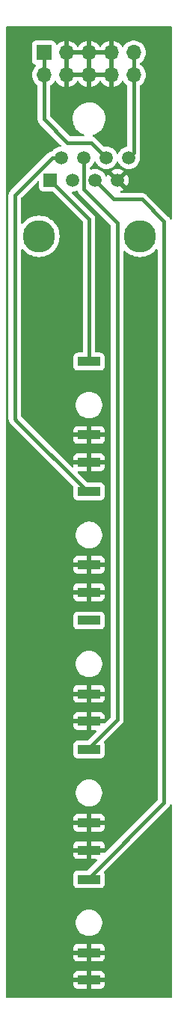
<source format=gbr>
%TF.GenerationSoftware,KiCad,Pcbnew,7.0.1*%
%TF.CreationDate,2023-03-30T11:01:24+01:00*%
%TF.ProjectId,Base_Controls,42617365-5f43-46f6-9e74-726f6c732e6b,rev?*%
%TF.SameCoordinates,Original*%
%TF.FileFunction,Copper,L1,Top*%
%TF.FilePolarity,Positive*%
%FSLAX46Y46*%
G04 Gerber Fmt 4.6, Leading zero omitted, Abs format (unit mm)*
G04 Created by KiCad (PCBNEW 7.0.1) date 2023-03-30 11:01:24*
%MOMM*%
%LPD*%
G01*
G04 APERTURE LIST*
%TA.AperFunction,WasherPad*%
%ADD10C,3.650000*%
%TD*%
%TA.AperFunction,ComponentPad*%
%ADD11R,1.500000X1.500000*%
%TD*%
%TA.AperFunction,ComponentPad*%
%ADD12C,1.500000*%
%TD*%
%TA.AperFunction,ComponentPad*%
%ADD13R,2.500000X1.000000*%
%TD*%
%TA.AperFunction,ComponentPad*%
%ADD14R,1.700000X1.700000*%
%TD*%
%TA.AperFunction,ComponentPad*%
%ADD15O,1.700000X1.700000*%
%TD*%
%TA.AperFunction,Conductor*%
%ADD16C,0.400000*%
%TD*%
G04 APERTURE END LIST*
D10*
%TO.P,J1,*%
%TO.N,*%
X53730000Y-73800000D03*
X65160000Y-73800000D03*
D11*
%TO.P,J1,1*%
%TO.N,/Interconnect1*%
X55000000Y-67450000D03*
D12*
%TO.P,J1,2*%
%TO.N,/Interconnect2*%
X56270000Y-64910000D03*
%TO.P,J1,3*%
%TO.N,/Interconnect3*%
X57540000Y-67450000D03*
%TO.P,J1,4*%
%TO.N,/Interconnect4*%
X58810000Y-64910000D03*
%TO.P,J1,5*%
%TO.N,/Interconnect5*%
X60080000Y-67450000D03*
%TO.P,J1,6*%
%TO.N,-12V*%
X61350000Y-64910000D03*
%TO.P,J1,7*%
%TO.N,GND*%
X62620000Y-67450000D03*
%TO.P,J1,8*%
%TO.N,+12V*%
X63890000Y-64910000D03*
%TD*%
D13*
%TO.P,J2,1*%
%TO.N,GND*%
X59400000Y-99380000D03*
%TO.P,J2,2*%
X59400000Y-96280000D03*
%TO.P,J2,3*%
%TO.N,/Interconnect1*%
X59400000Y-87980000D03*
%TD*%
%TO.P,J6,1*%
%TO.N,GND*%
X59400000Y-157980000D03*
%TO.P,J6,2*%
X59400000Y-154880000D03*
%TO.P,J6,3*%
%TO.N,/Interconnect5*%
X59400000Y-146580000D03*
%TD*%
%TO.P,J5,1*%
%TO.N,GND*%
X59400000Y-143280000D03*
%TO.P,J5,2*%
X59400000Y-140180000D03*
%TO.P,J5,3*%
%TO.N,/Interconnect4*%
X59400000Y-131880000D03*
%TD*%
%TO.P,J4,1*%
%TO.N,GND*%
X59400000Y-128680000D03*
%TO.P,J4,2*%
X59400000Y-125580000D03*
%TO.P,J4,3*%
%TO.N,/Interconnect3*%
X59400000Y-117280000D03*
%TD*%
%TO.P,J3,1*%
%TO.N,GND*%
X59400000Y-114080000D03*
%TO.P,J3,2*%
X59400000Y-110980000D03*
%TO.P,J3,3*%
%TO.N,/Interconnect2*%
X59400000Y-102680000D03*
%TD*%
D14*
%TO.P,J7,1,Pin_1*%
%TO.N,-12V*%
X54300000Y-53000000D03*
D15*
%TO.P,J7,2,Pin_2*%
X54300000Y-55540000D03*
%TO.P,J7,3,Pin_3*%
%TO.N,GND*%
X56840000Y-53000000D03*
%TO.P,J7,4,Pin_4*%
X56840000Y-55540000D03*
%TO.P,J7,5,Pin_5*%
X59380000Y-53000000D03*
%TO.P,J7,6,Pin_6*%
X59380000Y-55540000D03*
%TO.P,J7,7,Pin_7*%
X61920000Y-53000000D03*
%TO.P,J7,8,Pin_8*%
X61920000Y-55540000D03*
%TO.P,J7,9,Pin_9*%
%TO.N,+12V*%
X64460000Y-53000000D03*
%TO.P,J7,10,Pin_10*%
X64460000Y-55540000D03*
%TD*%
D16*
%TO.N,/Interconnect1*%
X59400000Y-71850000D02*
X59400000Y-87980000D01*
X55000000Y-67450000D02*
X59400000Y-71850000D01*
%TO.N,/Interconnect5*%
X67900000Y-137880000D02*
X59200000Y-146580000D01*
X67900000Y-135880000D02*
X67900000Y-137880000D01*
%TO.N,/Interconnect2*%
X51210000Y-94690000D02*
X59200000Y-102680000D01*
X51000000Y-94480000D02*
X51210000Y-94690000D01*
X55209340Y-64910000D02*
X51000000Y-69119340D01*
X51000000Y-69119340D02*
X51000000Y-94480000D01*
X56270000Y-64910000D02*
X55209340Y-64910000D01*
%TO.N,/Interconnect4*%
X62600000Y-72300000D02*
X62600000Y-74700000D01*
X58810000Y-68510000D02*
X62600000Y-72300000D01*
X58810000Y-64910000D02*
X58810000Y-68510000D01*
X62600000Y-74700000D02*
X62600000Y-128480000D01*
X62600000Y-128480000D02*
X59200000Y-131880000D01*
%TO.N,/Interconnect5*%
X67900000Y-72100000D02*
X67900000Y-135880000D01*
X60080000Y-67450000D02*
X62230000Y-69600000D01*
X65400000Y-69600000D02*
X67900000Y-72100000D01*
X62230000Y-69600000D02*
X65400000Y-69600000D01*
%TO.N,-12V*%
X54300000Y-55540000D02*
X54300000Y-53000000D01*
X56950000Y-63200000D02*
X59640000Y-63200000D01*
X54300000Y-60550000D02*
X56950000Y-63200000D01*
X54300000Y-55540000D02*
X54300000Y-60550000D01*
X59640000Y-63200000D02*
X61350000Y-64910000D01*
%TO.N,+12V*%
X64460000Y-55540000D02*
X64460000Y-53000000D01*
X64460000Y-55540000D02*
X64460000Y-64340000D01*
X64460000Y-64340000D02*
X63890000Y-64910000D01*
%TD*%
%TA.AperFunction,Conductor*%
%TO.N,GND*%
G36*
X68736500Y-50017381D02*
G01*
X68782619Y-50063500D01*
X68799500Y-50126500D01*
X68799500Y-71785326D01*
X68781330Y-71850508D01*
X68732060Y-71896891D01*
X68665901Y-71911097D01*
X68601933Y-71889028D01*
X68558607Y-71837052D01*
X68556418Y-71832190D01*
X68553524Y-71825203D01*
X68531954Y-71768325D01*
X68531952Y-71768323D01*
X68531952Y-71768321D01*
X68526161Y-71759931D01*
X68514957Y-71740067D01*
X68514727Y-71739555D01*
X68510775Y-71730774D01*
X68473260Y-71682891D01*
X68468766Y-71676783D01*
X68434215Y-71626727D01*
X68388682Y-71586388D01*
X68383141Y-71581171D01*
X65918827Y-69116857D01*
X65913610Y-69111316D01*
X65873273Y-69065785D01*
X65842743Y-69044711D01*
X65823220Y-69031235D01*
X65817092Y-69026725D01*
X65769224Y-68989223D01*
X65759922Y-68985036D01*
X65740068Y-68973839D01*
X65738781Y-68972951D01*
X65731675Y-68968046D01*
X65731673Y-68968045D01*
X65674822Y-68946483D01*
X65667794Y-68943572D01*
X65612329Y-68918610D01*
X65602289Y-68916770D01*
X65580332Y-68910649D01*
X65570801Y-68907035D01*
X65510432Y-68899704D01*
X65502914Y-68898559D01*
X65495153Y-68897137D01*
X65443093Y-68887597D01*
X65382390Y-68891270D01*
X65374782Y-68891500D01*
X63057854Y-68891500D01*
X62999674Y-68877263D01*
X62954641Y-68837770D01*
X62932932Y-68781946D01*
X62939453Y-68722405D01*
X62972730Y-68672603D01*
X63025243Y-68643793D01*
X63051904Y-68636649D01*
X63251405Y-68543619D01*
X63311986Y-68501198D01*
X63311986Y-68501197D01*
X62620000Y-67809210D01*
X62260790Y-67450000D01*
X62979210Y-67450000D01*
X63671197Y-68141986D01*
X63671198Y-68141986D01*
X63713619Y-68081405D01*
X63806649Y-67881904D01*
X63863619Y-67669284D01*
X63882804Y-67450000D01*
X63863619Y-67230715D01*
X63806649Y-67018095D01*
X63713620Y-66818597D01*
X63671198Y-66758012D01*
X63671196Y-66758012D01*
X62979210Y-67449999D01*
X62979210Y-67450000D01*
X62260790Y-67450000D01*
X61568801Y-66758011D01*
X61526378Y-66818598D01*
X61464469Y-66951361D01*
X61417974Y-67004378D01*
X61350274Y-67024110D01*
X61282575Y-67004377D01*
X61236080Y-66951359D01*
X61174056Y-66818347D01*
X61047746Y-66637958D01*
X60892041Y-66482253D01*
X60772860Y-66398801D01*
X61928011Y-66398801D01*
X62619999Y-67090789D01*
X62620000Y-67090789D01*
X63311986Y-66398801D01*
X63311986Y-66398800D01*
X63251403Y-66356379D01*
X63051905Y-66263350D01*
X62839284Y-66206380D01*
X62620000Y-66187195D01*
X62400715Y-66206380D01*
X62188092Y-66263351D01*
X61988598Y-66356378D01*
X61928011Y-66398801D01*
X60772860Y-66398801D01*
X60711653Y-66355943D01*
X60512074Y-66262879D01*
X60299375Y-66205885D01*
X60080000Y-66186693D01*
X59860624Y-66205885D01*
X59677112Y-66255059D01*
X59619919Y-66256932D01*
X59567796Y-66233316D01*
X59531494Y-66189082D01*
X59518500Y-66133353D01*
X59518500Y-66015839D01*
X59532736Y-65957659D01*
X59572229Y-65912626D01*
X59622038Y-65877749D01*
X59777749Y-65722038D01*
X59904056Y-65541654D01*
X59965805Y-65409230D01*
X60012300Y-65356213D01*
X60080000Y-65336480D01*
X60147700Y-65356213D01*
X60194195Y-65409231D01*
X60255943Y-65541653D01*
X60382253Y-65722041D01*
X60537958Y-65877746D01*
X60537961Y-65877748D01*
X60537962Y-65877749D01*
X60718346Y-66004056D01*
X60917924Y-66097120D01*
X61011707Y-66122249D01*
X61130624Y-66154114D01*
X61130625Y-66154114D01*
X61130629Y-66154115D01*
X61350000Y-66173307D01*
X61569371Y-66154115D01*
X61782076Y-66097120D01*
X61981654Y-66004056D01*
X62162038Y-65877749D01*
X62317749Y-65722038D01*
X62444056Y-65541654D01*
X62505805Y-65409230D01*
X62552300Y-65356213D01*
X62620000Y-65336480D01*
X62687700Y-65356213D01*
X62734195Y-65409231D01*
X62795943Y-65541653D01*
X62922253Y-65722041D01*
X63077958Y-65877746D01*
X63077961Y-65877748D01*
X63077962Y-65877749D01*
X63258346Y-66004056D01*
X63457924Y-66097120D01*
X63551707Y-66122249D01*
X63670624Y-66154114D01*
X63670625Y-66154114D01*
X63670629Y-66154115D01*
X63890000Y-66173307D01*
X64109371Y-66154115D01*
X64322076Y-66097120D01*
X64521654Y-66004056D01*
X64702038Y-65877749D01*
X64857749Y-65722038D01*
X64984056Y-65541654D01*
X65077120Y-65342076D01*
X65134115Y-65129371D01*
X65153307Y-64910000D01*
X65134115Y-64690629D01*
X65125222Y-64657442D01*
X65121338Y-64614694D01*
X65132030Y-64573121D01*
X65141389Y-64552329D01*
X65143227Y-64542294D01*
X65149352Y-64520327D01*
X65152965Y-64510801D01*
X65160299Y-64450396D01*
X65161433Y-64442945D01*
X65172402Y-64383092D01*
X65168729Y-64322383D01*
X65168500Y-64314777D01*
X65168500Y-56771644D01*
X65181303Y-56716306D01*
X65217109Y-56672213D01*
X65383237Y-56542908D01*
X65383240Y-56542906D01*
X65535722Y-56377268D01*
X65658860Y-56188791D01*
X65749296Y-55982616D01*
X65804564Y-55764368D01*
X65823156Y-55540000D01*
X65804564Y-55315632D01*
X65749296Y-55097384D01*
X65658860Y-54891209D01*
X65535722Y-54702732D01*
X65383240Y-54537094D01*
X65383239Y-54537093D01*
X65383237Y-54537091D01*
X65217109Y-54407787D01*
X65181303Y-54363694D01*
X65168500Y-54308356D01*
X65168500Y-54231644D01*
X65181303Y-54176306D01*
X65217109Y-54132213D01*
X65383237Y-54002908D01*
X65383240Y-54002906D01*
X65535722Y-53837268D01*
X65658860Y-53648791D01*
X65749296Y-53442616D01*
X65804564Y-53224368D01*
X65823156Y-53000000D01*
X65804564Y-52775632D01*
X65749296Y-52557384D01*
X65658860Y-52351209D01*
X65535722Y-52162732D01*
X65383240Y-51997094D01*
X65383239Y-51997093D01*
X65383237Y-51997091D01*
X65205578Y-51858812D01*
X65007573Y-51751657D01*
X64796056Y-51679044D01*
X64794635Y-51678556D01*
X64572569Y-51641500D01*
X64347431Y-51641500D01*
X64125365Y-51678556D01*
X64125362Y-51678556D01*
X64125362Y-51678557D01*
X63912426Y-51751657D01*
X63714421Y-51858812D01*
X63536762Y-51997091D01*
X63384275Y-52162735D01*
X63295182Y-52299101D01*
X63249669Y-52340999D01*
X63189700Y-52356185D01*
X63129731Y-52340999D01*
X63084217Y-52299101D01*
X62995321Y-52163037D01*
X62842903Y-51997466D01*
X62665302Y-51859233D01*
X62467368Y-51752116D01*
X62254514Y-51679044D01*
X62174000Y-51665609D01*
X62174000Y-56874391D01*
X62254514Y-56860955D01*
X62467368Y-56787883D01*
X62665302Y-56680766D01*
X62842903Y-56542533D01*
X62995323Y-56376960D01*
X63084217Y-56240899D01*
X63129730Y-56199000D01*
X63189700Y-56183814D01*
X63249669Y-56199000D01*
X63295183Y-56240898D01*
X63384278Y-56377268D01*
X63536762Y-56542908D01*
X63702891Y-56672213D01*
X63738697Y-56716306D01*
X63751500Y-56771644D01*
X63751500Y-63547532D01*
X63739695Y-63600782D01*
X63706492Y-63644053D01*
X63658112Y-63669238D01*
X63457925Y-63722879D01*
X63258347Y-63815943D01*
X63077958Y-63942253D01*
X62922253Y-64097958D01*
X62795944Y-64278345D01*
X62734195Y-64410769D01*
X62687700Y-64463786D01*
X62620000Y-64483519D01*
X62552300Y-64463786D01*
X62505805Y-64410769D01*
X62489490Y-64375782D01*
X62444056Y-64278347D01*
X62443845Y-64278046D01*
X62317746Y-64097958D01*
X62162041Y-63942253D01*
X61981653Y-63815943D01*
X61782074Y-63722879D01*
X61569375Y-63665885D01*
X61350000Y-63646693D01*
X61168214Y-63662596D01*
X61114141Y-63655477D01*
X61068141Y-63626171D01*
X60158827Y-62716857D01*
X60153610Y-62711316D01*
X60113273Y-62665785D01*
X60082743Y-62644711D01*
X60063220Y-62631235D01*
X60057092Y-62626725D01*
X60009224Y-62589223D01*
X59999922Y-62585036D01*
X59980068Y-62573839D01*
X59978781Y-62572951D01*
X59971675Y-62568046D01*
X59971673Y-62568045D01*
X59914822Y-62546483D01*
X59907794Y-62543572D01*
X59865638Y-62524600D01*
X59816889Y-62485753D01*
X59792727Y-62428292D01*
X59799066Y-62366280D01*
X59834353Y-62314896D01*
X59889949Y-62286715D01*
X59934553Y-62276780D01*
X60187558Y-62180014D01*
X60423777Y-62047441D01*
X60638177Y-61881888D01*
X60826186Y-61686881D01*
X60983799Y-61466579D01*
X61107656Y-61225675D01*
X61195118Y-60969305D01*
X61244319Y-60702933D01*
X61254212Y-60432235D01*
X61224586Y-60162982D01*
X61156072Y-59900912D01*
X61050130Y-59651610D01*
X60909018Y-59420390D01*
X60735745Y-59212180D01*
X60630759Y-59118112D01*
X60534006Y-59031421D01*
X60534003Y-59031419D01*
X60534002Y-59031418D01*
X60308090Y-58881956D01*
X60308086Y-58881954D01*
X60062828Y-58766981D01*
X59803425Y-58688938D01*
X59535442Y-58649500D01*
X59535439Y-58649500D01*
X59332369Y-58649500D01*
X59298614Y-58651970D01*
X59129839Y-58664323D01*
X58865449Y-58723219D01*
X58612441Y-58819985D01*
X58376225Y-58952557D01*
X58161820Y-59118114D01*
X57973815Y-59313117D01*
X57816200Y-59533422D01*
X57692342Y-59774328D01*
X57604882Y-60030693D01*
X57555681Y-60297065D01*
X57545787Y-60567766D01*
X57575413Y-60837015D01*
X57596905Y-60919224D01*
X57643928Y-61099088D01*
X57749870Y-61348390D01*
X57890982Y-61579610D01*
X58064255Y-61787820D01*
X58064256Y-61787821D01*
X58064258Y-61787823D01*
X58265993Y-61968578D01*
X58265995Y-61968579D01*
X58265998Y-61968582D01*
X58491910Y-62118044D01*
X58624104Y-62180014D01*
X58737171Y-62233018D01*
X58737173Y-62233018D01*
X58737176Y-62233020D01*
X58776471Y-62244842D01*
X58835832Y-62283495D01*
X58864958Y-62348066D01*
X58854644Y-62418147D01*
X58808150Y-62471588D01*
X58740170Y-62491500D01*
X57295660Y-62491500D01*
X57247442Y-62481909D01*
X57206565Y-62454595D01*
X55045405Y-60293435D01*
X55018091Y-60252558D01*
X55008500Y-60204340D01*
X55008500Y-56771644D01*
X55021303Y-56716306D01*
X55057109Y-56672213D01*
X55223237Y-56542908D01*
X55223240Y-56542906D01*
X55375722Y-56377268D01*
X55464818Y-56240896D01*
X55510329Y-56198999D01*
X55570299Y-56183813D01*
X55630268Y-56198999D01*
X55675782Y-56240897D01*
X55764678Y-56376962D01*
X55917096Y-56542533D01*
X56094697Y-56680766D01*
X56292631Y-56787883D01*
X56505485Y-56860955D01*
X56586000Y-56874391D01*
X56586000Y-55794000D01*
X57094000Y-55794000D01*
X57094000Y-56874391D01*
X57174514Y-56860955D01*
X57387368Y-56787883D01*
X57585302Y-56680766D01*
X57762903Y-56542533D01*
X57915323Y-56376960D01*
X58004516Y-56240440D01*
X58050029Y-56198542D01*
X58109998Y-56183355D01*
X58169968Y-56198541D01*
X58215482Y-56240439D01*
X58304678Y-56376962D01*
X58457096Y-56542533D01*
X58634697Y-56680766D01*
X58832631Y-56787883D01*
X59045485Y-56860955D01*
X59126000Y-56874391D01*
X59126000Y-55794000D01*
X59634000Y-55794000D01*
X59634000Y-56874391D01*
X59714514Y-56860955D01*
X59927368Y-56787883D01*
X60125302Y-56680766D01*
X60302903Y-56542533D01*
X60455323Y-56376960D01*
X60544516Y-56240440D01*
X60590029Y-56198542D01*
X60649998Y-56183355D01*
X60709968Y-56198541D01*
X60755482Y-56240439D01*
X60844678Y-56376962D01*
X60997096Y-56542533D01*
X61174697Y-56680766D01*
X61372631Y-56787883D01*
X61585485Y-56860955D01*
X61666000Y-56874391D01*
X61666000Y-55794000D01*
X59634000Y-55794000D01*
X59126000Y-55794000D01*
X57094000Y-55794000D01*
X56586000Y-55794000D01*
X56586000Y-53254000D01*
X57094000Y-53254000D01*
X57094000Y-55286000D01*
X59126000Y-55286000D01*
X59126000Y-53254000D01*
X59634000Y-53254000D01*
X59634000Y-55286000D01*
X61666000Y-55286000D01*
X61666000Y-53254000D01*
X59634000Y-53254000D01*
X59126000Y-53254000D01*
X57094000Y-53254000D01*
X56586000Y-53254000D01*
X56586000Y-52746000D01*
X57094000Y-52746000D01*
X59126000Y-52746000D01*
X59634000Y-52746000D01*
X61666000Y-52746000D01*
X61666000Y-51665609D01*
X61585485Y-51679044D01*
X61372631Y-51752116D01*
X61174697Y-51859233D01*
X60997096Y-51997466D01*
X60844678Y-52163037D01*
X60755483Y-52299560D01*
X60709969Y-52341458D01*
X60650000Y-52356644D01*
X60590031Y-52341458D01*
X60544517Y-52299560D01*
X60455321Y-52163037D01*
X60302903Y-51997466D01*
X60125302Y-51859233D01*
X59927368Y-51752116D01*
X59714514Y-51679044D01*
X59634000Y-51665609D01*
X59634000Y-52746000D01*
X59126000Y-52746000D01*
X59126000Y-51665609D01*
X59045485Y-51679044D01*
X58832631Y-51752116D01*
X58634697Y-51859233D01*
X58457096Y-51997466D01*
X58304678Y-52163037D01*
X58215483Y-52299560D01*
X58169969Y-52341458D01*
X58110000Y-52356644D01*
X58050031Y-52341458D01*
X58004517Y-52299560D01*
X57915321Y-52163037D01*
X57762903Y-51997466D01*
X57585302Y-51859233D01*
X57387368Y-51752116D01*
X57174514Y-51679044D01*
X57094000Y-51665609D01*
X57094000Y-52746000D01*
X56586000Y-52746000D01*
X56586000Y-51665609D01*
X56505485Y-51679044D01*
X56292631Y-51752116D01*
X56094697Y-51859233D01*
X55917099Y-51997463D01*
X55855951Y-52063888D01*
X55802478Y-52098288D01*
X55739017Y-52102198D01*
X55681726Y-52074622D01*
X55645194Y-52022582D01*
X55635687Y-51997094D01*
X55600889Y-51903796D01*
X55600888Y-51903794D01*
X55513261Y-51786738D01*
X55396205Y-51699111D01*
X55327702Y-51673560D01*
X55259201Y-51648011D01*
X55198638Y-51641500D01*
X53401362Y-51641500D01*
X53340799Y-51648011D01*
X53203794Y-51699111D01*
X53086738Y-51786738D01*
X52999111Y-51903794D01*
X52954806Y-52022582D01*
X52948011Y-52040799D01*
X52941500Y-52101362D01*
X52941500Y-53898638D01*
X52948011Y-53959201D01*
X52964173Y-54002533D01*
X52999111Y-54096205D01*
X53086738Y-54213261D01*
X53203794Y-54300888D01*
X53203795Y-54300888D01*
X53203796Y-54300889D01*
X53318809Y-54343787D01*
X53369140Y-54378348D01*
X53397315Y-54432519D01*
X53396712Y-54493574D01*
X53367475Y-54547178D01*
X53224281Y-54702728D01*
X53224279Y-54702730D01*
X53224278Y-54702732D01*
X53189942Y-54755285D01*
X53101139Y-54891209D01*
X53010702Y-55097388D01*
X52955437Y-55315627D01*
X52955436Y-55315632D01*
X52936844Y-55540000D01*
X52955436Y-55764368D01*
X52955436Y-55764371D01*
X52955437Y-55764372D01*
X53010702Y-55982611D01*
X53101139Y-56188790D01*
X53224278Y-56377268D01*
X53376762Y-56542908D01*
X53542891Y-56672213D01*
X53578697Y-56716306D01*
X53591500Y-56771644D01*
X53591500Y-60524782D01*
X53591270Y-60532390D01*
X53587597Y-60593093D01*
X53598559Y-60652910D01*
X53599704Y-60660432D01*
X53607035Y-60720801D01*
X53610649Y-60730332D01*
X53616770Y-60752289D01*
X53618610Y-60762329D01*
X53643572Y-60817794D01*
X53646483Y-60824822D01*
X53668045Y-60881673D01*
X53673839Y-60890068D01*
X53685036Y-60909922D01*
X53689223Y-60919224D01*
X53726725Y-60967092D01*
X53731235Y-60973220D01*
X53765785Y-61023273D01*
X53811316Y-61063610D01*
X53816857Y-61068827D01*
X56193623Y-63445593D01*
X56227541Y-63507417D01*
X56222929Y-63577783D01*
X56181232Y-63634651D01*
X56115510Y-63660208D01*
X56094374Y-63662057D01*
X56050624Y-63665885D01*
X55837925Y-63722879D01*
X55638347Y-63815943D01*
X55457958Y-63942253D01*
X55302254Y-64097957D01*
X55270233Y-64143687D01*
X55221800Y-64184883D01*
X55180947Y-64192938D01*
X55181296Y-64194840D01*
X55106430Y-64208559D01*
X55098909Y-64209704D01*
X55038537Y-64217035D01*
X55029002Y-64220651D01*
X55007051Y-64226770D01*
X55004949Y-64227155D01*
X54997008Y-64228611D01*
X54941551Y-64253570D01*
X54934523Y-64256482D01*
X54877659Y-64278048D01*
X54869263Y-64283843D01*
X54849418Y-64295036D01*
X54840114Y-64299224D01*
X54792238Y-64336731D01*
X54786113Y-64341238D01*
X54736069Y-64375782D01*
X54695728Y-64421317D01*
X54690512Y-64426856D01*
X50516856Y-68600512D01*
X50511317Y-68605728D01*
X50465782Y-68646069D01*
X50431238Y-68696113D01*
X50426731Y-68702238D01*
X50389224Y-68750114D01*
X50385036Y-68759418D01*
X50373843Y-68779263D01*
X50368048Y-68787659D01*
X50346482Y-68844523D01*
X50343570Y-68851551D01*
X50318611Y-68907008D01*
X50316771Y-68917050D01*
X50310651Y-68939002D01*
X50307035Y-68948537D01*
X50299705Y-69008894D01*
X50298561Y-69016411D01*
X50287597Y-69076246D01*
X50291270Y-69136950D01*
X50291500Y-69144558D01*
X50291500Y-94454782D01*
X50291270Y-94462390D01*
X50287597Y-94523093D01*
X50298559Y-94582910D01*
X50299704Y-94590432D01*
X50307035Y-94650801D01*
X50310649Y-94660332D01*
X50316770Y-94682289D01*
X50318610Y-94692329D01*
X50343572Y-94747794D01*
X50346483Y-94754822D01*
X50368045Y-94811673D01*
X50373839Y-94820068D01*
X50385036Y-94839922D01*
X50389223Y-94849224D01*
X50426725Y-94897092D01*
X50431235Y-94903220D01*
X50465785Y-94953273D01*
X50511316Y-94993610D01*
X50516857Y-94998827D01*
X57604595Y-102086565D01*
X57631909Y-102127442D01*
X57641500Y-102175660D01*
X57641500Y-103228638D01*
X57648011Y-103289200D01*
X57699111Y-103426205D01*
X57786738Y-103543261D01*
X57903794Y-103630888D01*
X57903795Y-103630888D01*
X57903796Y-103630889D01*
X58040799Y-103681989D01*
X58101362Y-103688500D01*
X60698638Y-103688500D01*
X60759201Y-103681989D01*
X60896204Y-103630889D01*
X61013261Y-103543261D01*
X61100889Y-103426204D01*
X61151989Y-103289201D01*
X61158500Y-103228638D01*
X61158500Y-102131362D01*
X61151989Y-102070799D01*
X61100889Y-101933796D01*
X61100888Y-101933794D01*
X61013261Y-101816738D01*
X60896205Y-101729111D01*
X60827702Y-101703561D01*
X60759201Y-101678011D01*
X60698638Y-101671500D01*
X59245661Y-101671500D01*
X59197443Y-101661909D01*
X59156566Y-101634595D01*
X58125066Y-100603095D01*
X58094328Y-100552936D01*
X58089712Y-100494289D01*
X58112225Y-100439939D01*
X58156958Y-100401733D01*
X58214161Y-100388000D01*
X59146000Y-100388000D01*
X59146000Y-99634000D01*
X59654000Y-99634000D01*
X59654000Y-100388000D01*
X60698589Y-100388000D01*
X60759093Y-100381494D01*
X60895962Y-100330445D01*
X61012904Y-100242904D01*
X61100445Y-100125962D01*
X61151494Y-99989093D01*
X61158000Y-99928589D01*
X61158000Y-99634000D01*
X59654000Y-99634000D01*
X59146000Y-99634000D01*
X57642000Y-99634000D01*
X57642000Y-99815839D01*
X57628267Y-99873042D01*
X57590061Y-99917775D01*
X57535711Y-99940288D01*
X57477064Y-99935672D01*
X57426905Y-99904934D01*
X56647971Y-99126000D01*
X57642000Y-99126000D01*
X59146000Y-99126000D01*
X59146000Y-98372000D01*
X59654000Y-98372000D01*
X59654000Y-99126000D01*
X61158000Y-99126000D01*
X61158000Y-98831411D01*
X61151494Y-98770906D01*
X61100445Y-98634037D01*
X61012904Y-98517095D01*
X60895962Y-98429554D01*
X60759093Y-98378505D01*
X60698589Y-98372000D01*
X59654000Y-98372000D01*
X59146000Y-98372000D01*
X58101411Y-98372000D01*
X58040906Y-98378505D01*
X57904037Y-98429554D01*
X57787095Y-98517095D01*
X57699554Y-98634037D01*
X57648505Y-98770906D01*
X57642000Y-98831411D01*
X57642000Y-99126000D01*
X56647971Y-99126000D01*
X54055970Y-96534000D01*
X57642000Y-96534000D01*
X57642000Y-96828589D01*
X57648505Y-96889093D01*
X57699554Y-97025962D01*
X57787095Y-97142904D01*
X57904037Y-97230445D01*
X58040906Y-97281494D01*
X58101411Y-97288000D01*
X59146000Y-97288000D01*
X59146000Y-96534000D01*
X59654000Y-96534000D01*
X59654000Y-97288000D01*
X60698589Y-97288000D01*
X60759093Y-97281494D01*
X60895962Y-97230445D01*
X61012904Y-97142904D01*
X61100445Y-97025962D01*
X61151494Y-96889093D01*
X61158000Y-96828589D01*
X61158000Y-96534000D01*
X59654000Y-96534000D01*
X59146000Y-96534000D01*
X57642000Y-96534000D01*
X54055970Y-96534000D01*
X53547970Y-96026000D01*
X57642000Y-96026000D01*
X59146000Y-96026000D01*
X59146000Y-95272000D01*
X59654000Y-95272000D01*
X59654000Y-96026000D01*
X61158000Y-96026000D01*
X61158000Y-95731411D01*
X61151494Y-95670906D01*
X61100445Y-95534037D01*
X61012904Y-95417095D01*
X60895962Y-95329554D01*
X60759093Y-95278505D01*
X60698589Y-95272000D01*
X59654000Y-95272000D01*
X59146000Y-95272000D01*
X58101411Y-95272000D01*
X58040906Y-95278505D01*
X57904037Y-95329554D01*
X57787095Y-95417095D01*
X57699554Y-95534037D01*
X57648505Y-95670906D01*
X57642000Y-95731411D01*
X57642000Y-96026000D01*
X53547970Y-96026000D01*
X51745405Y-94223435D01*
X51718091Y-94182558D01*
X51708500Y-94134340D01*
X51708500Y-93024335D01*
X57899500Y-93024335D01*
X57940429Y-93269614D01*
X57940430Y-93269616D01*
X58021170Y-93504806D01*
X58139527Y-93723510D01*
X58292262Y-93919744D01*
X58475217Y-94088166D01*
X58683389Y-94224171D01*
X58683391Y-94224172D01*
X58683393Y-94224173D01*
X58911119Y-94324063D01*
X59152179Y-94385108D01*
X59337933Y-94400500D01*
X59462062Y-94400500D01*
X59462067Y-94400500D01*
X59647821Y-94385108D01*
X59888881Y-94324063D01*
X60116607Y-94224173D01*
X60324785Y-94088164D01*
X60507738Y-93919744D01*
X60660474Y-93723509D01*
X60778828Y-93504810D01*
X60859571Y-93269614D01*
X60900500Y-93024335D01*
X60900500Y-92775665D01*
X60859571Y-92530386D01*
X60778828Y-92295190D01*
X60660474Y-92076491D01*
X60507738Y-91880256D01*
X60324785Y-91711836D01*
X60324782Y-91711833D01*
X60116610Y-91575828D01*
X59888876Y-91475935D01*
X59647825Y-91414893D01*
X59647824Y-91414892D01*
X59647821Y-91414892D01*
X59462067Y-91399500D01*
X59337933Y-91399500D01*
X59152179Y-91414892D01*
X59152175Y-91414892D01*
X59152174Y-91414893D01*
X58911123Y-91475935D01*
X58683389Y-91575828D01*
X58475217Y-91711833D01*
X58292262Y-91880255D01*
X58139527Y-92076489D01*
X58021170Y-92295193D01*
X57940430Y-92530383D01*
X57940429Y-92530386D01*
X57899500Y-92775665D01*
X57899500Y-93024335D01*
X51708500Y-93024335D01*
X51708500Y-75368809D01*
X51722992Y-75310142D01*
X51763133Y-75264969D01*
X51819690Y-75243682D01*
X51879655Y-75251178D01*
X51929232Y-75285732D01*
X52059704Y-75434507D01*
X52076426Y-75453574D01*
X52306407Y-75655262D01*
X52560746Y-75825206D01*
X52697919Y-75892852D01*
X52835095Y-75960501D01*
X53124746Y-76058823D01*
X53124748Y-76058823D01*
X53124750Y-76058824D01*
X53424764Y-76118501D01*
X53730000Y-76138507D01*
X54035236Y-76118501D01*
X54335250Y-76058824D01*
X54335253Y-76058823D01*
X54624904Y-75960501D01*
X54632127Y-75956938D01*
X54899254Y-75825206D01*
X55153593Y-75655262D01*
X55383574Y-75453574D01*
X55585262Y-75223593D01*
X55755206Y-74969254D01*
X55890499Y-74694908D01*
X55890498Y-74694908D01*
X55890501Y-74694904D01*
X55988823Y-74405253D01*
X55988824Y-74405250D01*
X56048501Y-74105236D01*
X56068507Y-73800000D01*
X56048501Y-73494764D01*
X55988824Y-73194750D01*
X55988823Y-73194746D01*
X55890501Y-72905096D01*
X55886939Y-72897874D01*
X55755206Y-72630747D01*
X55585262Y-72376407D01*
X55424729Y-72193354D01*
X55383577Y-72146429D01*
X55383574Y-72146426D01*
X55153593Y-71944738D01*
X55103246Y-71911097D01*
X54899256Y-71774795D01*
X54624904Y-71639498D01*
X54335253Y-71541176D01*
X54035233Y-71481498D01*
X53730000Y-71461493D01*
X53424766Y-71481498D01*
X53124746Y-71541176D01*
X52835096Y-71639498D01*
X52560745Y-71774795D01*
X52306406Y-71944738D01*
X52076425Y-72146425D01*
X51929232Y-72314268D01*
X51879655Y-72348822D01*
X51819690Y-72356318D01*
X51763133Y-72335031D01*
X51722992Y-72289858D01*
X51708500Y-72231191D01*
X51708500Y-69465000D01*
X51718091Y-69416782D01*
X51745405Y-69375905D01*
X53526405Y-67594905D01*
X53576564Y-67564167D01*
X53635211Y-67559551D01*
X53689561Y-67582064D01*
X53727767Y-67626797D01*
X53741500Y-67684000D01*
X53741500Y-68248638D01*
X53748011Y-68309200D01*
X53799111Y-68446205D01*
X53886738Y-68563261D01*
X54003794Y-68650888D01*
X54003795Y-68650888D01*
X54003796Y-68650889D01*
X54140799Y-68701989D01*
X54201362Y-68708500D01*
X55204340Y-68708500D01*
X55252558Y-68718091D01*
X55293435Y-68745405D01*
X58654595Y-72106565D01*
X58681909Y-72147442D01*
X58691500Y-72195660D01*
X58691500Y-86845500D01*
X58674619Y-86908500D01*
X58628500Y-86954619D01*
X58565500Y-86971500D01*
X58101362Y-86971500D01*
X58040799Y-86978011D01*
X57903794Y-87029111D01*
X57786738Y-87116738D01*
X57699111Y-87233794D01*
X57648011Y-87370799D01*
X57641500Y-87431362D01*
X57641500Y-88528638D01*
X57648011Y-88589200D01*
X57699111Y-88726205D01*
X57786738Y-88843261D01*
X57903794Y-88930888D01*
X57903795Y-88930888D01*
X57903796Y-88930889D01*
X58040799Y-88981989D01*
X58101362Y-88988500D01*
X60698638Y-88988500D01*
X60759201Y-88981989D01*
X60896204Y-88930889D01*
X61013261Y-88843261D01*
X61100889Y-88726204D01*
X61151989Y-88589201D01*
X61158500Y-88528638D01*
X61158500Y-87431362D01*
X61151989Y-87370799D01*
X61100889Y-87233796D01*
X61100888Y-87233794D01*
X61013261Y-87116738D01*
X60896205Y-87029111D01*
X60827702Y-87003561D01*
X60759201Y-86978011D01*
X60698638Y-86971500D01*
X60234500Y-86971500D01*
X60171500Y-86954619D01*
X60125381Y-86908500D01*
X60108500Y-86845500D01*
X60108500Y-71875223D01*
X60108730Y-71867615D01*
X60112402Y-71806908D01*
X60105331Y-71768325D01*
X60101435Y-71747064D01*
X60100293Y-71739555D01*
X60092965Y-71679200D01*
X60091081Y-71674233D01*
X60089349Y-71669666D01*
X60083227Y-71647702D01*
X60081389Y-71637671D01*
X60056420Y-71582193D01*
X60053525Y-71575204D01*
X60031954Y-71518325D01*
X60026160Y-71509931D01*
X60014957Y-71490068D01*
X60010775Y-71480775D01*
X59973271Y-71432905D01*
X59968772Y-71426790D01*
X59955739Y-71407909D01*
X59934215Y-71376727D01*
X59888682Y-71336388D01*
X59883141Y-71331171D01*
X57478443Y-68926473D01*
X57444525Y-68864649D01*
X57449137Y-68794283D01*
X57490835Y-68737415D01*
X57556552Y-68711858D01*
X57759371Y-68694115D01*
X57972076Y-68637120D01*
X57972077Y-68637119D01*
X57974471Y-68636478D01*
X58042939Y-68637393D01*
X58100817Y-68673982D01*
X58118554Y-68710081D01*
X58122333Y-68708381D01*
X58153572Y-68777794D01*
X58156483Y-68784822D01*
X58178045Y-68841673D01*
X58183839Y-68850068D01*
X58195036Y-68869922D01*
X58199223Y-68879224D01*
X58236725Y-68927092D01*
X58241235Y-68933220D01*
X58254711Y-68952743D01*
X58275785Y-68983273D01*
X58313190Y-69016411D01*
X58321316Y-69023610D01*
X58326857Y-69028827D01*
X61854595Y-72556566D01*
X61881909Y-72597443D01*
X61891500Y-72645661D01*
X61891500Y-128134340D01*
X61881909Y-128182558D01*
X61854595Y-128223435D01*
X61180935Y-128897095D01*
X61140058Y-128924409D01*
X61091840Y-128934000D01*
X59654000Y-128934000D01*
X59654000Y-129688000D01*
X60085840Y-129688000D01*
X60143043Y-129701733D01*
X60187776Y-129739939D01*
X60210289Y-129794289D01*
X60205673Y-129852936D01*
X60174935Y-129903095D01*
X59243435Y-130834595D01*
X59202558Y-130861909D01*
X59154340Y-130871500D01*
X58101362Y-130871500D01*
X58040799Y-130878011D01*
X57903794Y-130929111D01*
X57786738Y-131016738D01*
X57699111Y-131133794D01*
X57648011Y-131270799D01*
X57641500Y-131331362D01*
X57641500Y-132428638D01*
X57648011Y-132489200D01*
X57699111Y-132626205D01*
X57786738Y-132743261D01*
X57903794Y-132830888D01*
X57903795Y-132830888D01*
X57903796Y-132830889D01*
X58040799Y-132881989D01*
X58101362Y-132888500D01*
X60698638Y-132888500D01*
X60759201Y-132881989D01*
X60896204Y-132830889D01*
X61013261Y-132743261D01*
X61100889Y-132626204D01*
X61151989Y-132489201D01*
X61158500Y-132428638D01*
X61158500Y-131331362D01*
X61151989Y-131270799D01*
X61100889Y-131133796D01*
X61100887Y-131133793D01*
X61100746Y-131133415D01*
X61077550Y-131079245D01*
X61081789Y-131019986D01*
X61112709Y-130969259D01*
X63083157Y-128998811D01*
X63088683Y-128993610D01*
X63134215Y-128953273D01*
X63168791Y-128903179D01*
X63173235Y-128897140D01*
X63210775Y-128849226D01*
X63214960Y-128839926D01*
X63226159Y-128820069D01*
X63231954Y-128811675D01*
X63253522Y-128754802D01*
X63256423Y-128747797D01*
X63281389Y-128692329D01*
X63283227Y-128682294D01*
X63289352Y-128660327D01*
X63292965Y-128650801D01*
X63300299Y-128590398D01*
X63301434Y-128582941D01*
X63312402Y-128523093D01*
X63308730Y-128462390D01*
X63308500Y-128454782D01*
X63308500Y-75558086D01*
X63321494Y-75502358D01*
X63357796Y-75458123D01*
X63409919Y-75434507D01*
X63467111Y-75436379D01*
X63517578Y-75463354D01*
X63736409Y-75655264D01*
X63990743Y-75825204D01*
X63990746Y-75825206D01*
X64127919Y-75892852D01*
X64265095Y-75960501D01*
X64554746Y-76058823D01*
X64554748Y-76058823D01*
X64554750Y-76058824D01*
X64854764Y-76118501D01*
X65160000Y-76138507D01*
X65465236Y-76118501D01*
X65765250Y-76058824D01*
X65765253Y-76058823D01*
X66054904Y-75960501D01*
X66062127Y-75956938D01*
X66329254Y-75825206D01*
X66583593Y-75655262D01*
X66813574Y-75453574D01*
X66970767Y-75274329D01*
X67020346Y-75239776D01*
X67080310Y-75232280D01*
X67136867Y-75253567D01*
X67177008Y-75298740D01*
X67191500Y-75357407D01*
X67191500Y-137534340D01*
X67181909Y-137582558D01*
X67154595Y-137623435D01*
X61280935Y-143497095D01*
X61240058Y-143524409D01*
X61191840Y-143534000D01*
X59654000Y-143534000D01*
X59654000Y-144288000D01*
X60185840Y-144288000D01*
X60243043Y-144301733D01*
X60287776Y-144339939D01*
X60310289Y-144394289D01*
X60305673Y-144452936D01*
X60274935Y-144503095D01*
X59243435Y-145534595D01*
X59202558Y-145561909D01*
X59154340Y-145571500D01*
X58101362Y-145571500D01*
X58040799Y-145578011D01*
X57903794Y-145629111D01*
X57786738Y-145716738D01*
X57699111Y-145833794D01*
X57648011Y-145970799D01*
X57641500Y-146031362D01*
X57641500Y-147128638D01*
X57648011Y-147189200D01*
X57699111Y-147326205D01*
X57786738Y-147443261D01*
X57903794Y-147530888D01*
X57903795Y-147530888D01*
X57903796Y-147530889D01*
X58040799Y-147581989D01*
X58101362Y-147588500D01*
X60698638Y-147588500D01*
X60759201Y-147581989D01*
X60896204Y-147530889D01*
X61013261Y-147443261D01*
X61100889Y-147326204D01*
X61151989Y-147189201D01*
X61158500Y-147128638D01*
X61158500Y-146031362D01*
X61151989Y-145970799D01*
X61100889Y-145833796D01*
X61100887Y-145833793D01*
X61100746Y-145833415D01*
X61077550Y-145779245D01*
X61081789Y-145719986D01*
X61112709Y-145669259D01*
X68383157Y-138398811D01*
X68388683Y-138393610D01*
X68434215Y-138353273D01*
X68468791Y-138303179D01*
X68473235Y-138297140D01*
X68510775Y-138249226D01*
X68514960Y-138239926D01*
X68526159Y-138220069D01*
X68531954Y-138211675D01*
X68553522Y-138154802D01*
X68556432Y-138147778D01*
X68558610Y-138142939D01*
X68601940Y-138090967D01*
X68665907Y-138068903D01*
X68732064Y-138083111D01*
X68781331Y-138129494D01*
X68799500Y-138194674D01*
X68799500Y-159873500D01*
X68782619Y-159936500D01*
X68736500Y-159982619D01*
X68673500Y-159999500D01*
X50126500Y-159999500D01*
X50063500Y-159982619D01*
X50017381Y-159936500D01*
X50000500Y-159873500D01*
X50000500Y-158234000D01*
X57642000Y-158234000D01*
X57642000Y-158528589D01*
X57648505Y-158589093D01*
X57699554Y-158725962D01*
X57787095Y-158842904D01*
X57904037Y-158930445D01*
X58040906Y-158981494D01*
X58101411Y-158988000D01*
X59146000Y-158988000D01*
X59146000Y-158234000D01*
X59654000Y-158234000D01*
X59654000Y-158988000D01*
X60698589Y-158988000D01*
X60759093Y-158981494D01*
X60895962Y-158930445D01*
X61012904Y-158842904D01*
X61100445Y-158725962D01*
X61151494Y-158589093D01*
X61158000Y-158528589D01*
X61158000Y-158234000D01*
X59654000Y-158234000D01*
X59146000Y-158234000D01*
X57642000Y-158234000D01*
X50000500Y-158234000D01*
X50000500Y-157726000D01*
X57642000Y-157726000D01*
X59146000Y-157726000D01*
X59146000Y-156972000D01*
X59654000Y-156972000D01*
X59654000Y-157726000D01*
X61158000Y-157726000D01*
X61158000Y-157431411D01*
X61151494Y-157370906D01*
X61100445Y-157234037D01*
X61012904Y-157117095D01*
X60895962Y-157029554D01*
X60759093Y-156978505D01*
X60698589Y-156972000D01*
X59654000Y-156972000D01*
X59146000Y-156972000D01*
X58101411Y-156972000D01*
X58040906Y-156978505D01*
X57904037Y-157029554D01*
X57787095Y-157117095D01*
X57699554Y-157234037D01*
X57648505Y-157370906D01*
X57642000Y-157431411D01*
X57642000Y-157726000D01*
X50000500Y-157726000D01*
X50000500Y-155134000D01*
X57642000Y-155134000D01*
X57642000Y-155428589D01*
X57648505Y-155489093D01*
X57699554Y-155625962D01*
X57787095Y-155742904D01*
X57904037Y-155830445D01*
X58040906Y-155881494D01*
X58101411Y-155888000D01*
X59146000Y-155888000D01*
X59146000Y-155134000D01*
X59654000Y-155134000D01*
X59654000Y-155888000D01*
X60698589Y-155888000D01*
X60759093Y-155881494D01*
X60895962Y-155830445D01*
X61012904Y-155742904D01*
X61100445Y-155625962D01*
X61151494Y-155489093D01*
X61158000Y-155428589D01*
X61158000Y-155134000D01*
X59654000Y-155134000D01*
X59146000Y-155134000D01*
X57642000Y-155134000D01*
X50000500Y-155134000D01*
X50000500Y-154626000D01*
X57642000Y-154626000D01*
X59146000Y-154626000D01*
X59146000Y-153872000D01*
X59654000Y-153872000D01*
X59654000Y-154626000D01*
X61158000Y-154626000D01*
X61158000Y-154331411D01*
X61151494Y-154270906D01*
X61100445Y-154134037D01*
X61012904Y-154017095D01*
X60895962Y-153929554D01*
X60759093Y-153878505D01*
X60698589Y-153872000D01*
X59654000Y-153872000D01*
X59146000Y-153872000D01*
X58101411Y-153872000D01*
X58040906Y-153878505D01*
X57904037Y-153929554D01*
X57787095Y-154017095D01*
X57699554Y-154134037D01*
X57648505Y-154270906D01*
X57642000Y-154331411D01*
X57642000Y-154626000D01*
X50000500Y-154626000D01*
X50000500Y-151624335D01*
X57899500Y-151624335D01*
X57940429Y-151869614D01*
X57940430Y-151869616D01*
X58021170Y-152104806D01*
X58139527Y-152323510D01*
X58292262Y-152519744D01*
X58475217Y-152688166D01*
X58683389Y-152824171D01*
X58683391Y-152824172D01*
X58683393Y-152824173D01*
X58911119Y-152924063D01*
X59152179Y-152985108D01*
X59337933Y-153000500D01*
X59462062Y-153000500D01*
X59462067Y-153000500D01*
X59647821Y-152985108D01*
X59888881Y-152924063D01*
X60116607Y-152824173D01*
X60324785Y-152688164D01*
X60507738Y-152519744D01*
X60660474Y-152323509D01*
X60778828Y-152104810D01*
X60859571Y-151869614D01*
X60900500Y-151624335D01*
X60900500Y-151375665D01*
X60859571Y-151130386D01*
X60778828Y-150895190D01*
X60660474Y-150676491D01*
X60507738Y-150480256D01*
X60324785Y-150311836D01*
X60324782Y-150311833D01*
X60116610Y-150175828D01*
X59888876Y-150075935D01*
X59647825Y-150014893D01*
X59647824Y-150014892D01*
X59647821Y-150014892D01*
X59462067Y-149999500D01*
X59337933Y-149999500D01*
X59152179Y-150014892D01*
X59152175Y-150014892D01*
X59152174Y-150014893D01*
X58911123Y-150075935D01*
X58683389Y-150175828D01*
X58475217Y-150311833D01*
X58292262Y-150480255D01*
X58139527Y-150676489D01*
X58021170Y-150895193D01*
X57940430Y-151130383D01*
X57940429Y-151130386D01*
X57899500Y-151375665D01*
X57899500Y-151624335D01*
X50000500Y-151624335D01*
X50000500Y-143534000D01*
X57642000Y-143534000D01*
X57642000Y-143828589D01*
X57648505Y-143889093D01*
X57699554Y-144025962D01*
X57787095Y-144142904D01*
X57904037Y-144230445D01*
X58040906Y-144281494D01*
X58101411Y-144288000D01*
X59146000Y-144288000D01*
X59146000Y-143534000D01*
X57642000Y-143534000D01*
X50000500Y-143534000D01*
X50000500Y-143026000D01*
X57642000Y-143026000D01*
X59146000Y-143026000D01*
X59146000Y-142272000D01*
X59654000Y-142272000D01*
X59654000Y-143026000D01*
X61158000Y-143026000D01*
X61158000Y-142731411D01*
X61151494Y-142670906D01*
X61100445Y-142534037D01*
X61012904Y-142417095D01*
X60895962Y-142329554D01*
X60759093Y-142278505D01*
X60698589Y-142272000D01*
X59654000Y-142272000D01*
X59146000Y-142272000D01*
X58101411Y-142272000D01*
X58040906Y-142278505D01*
X57904037Y-142329554D01*
X57787095Y-142417095D01*
X57699554Y-142534037D01*
X57648505Y-142670906D01*
X57642000Y-142731411D01*
X57642000Y-143026000D01*
X50000500Y-143026000D01*
X50000500Y-140434000D01*
X57642000Y-140434000D01*
X57642000Y-140728589D01*
X57648505Y-140789093D01*
X57699554Y-140925962D01*
X57787095Y-141042904D01*
X57904037Y-141130445D01*
X58040906Y-141181494D01*
X58101411Y-141188000D01*
X59146000Y-141188000D01*
X59146000Y-140434000D01*
X59654000Y-140434000D01*
X59654000Y-141188000D01*
X60698589Y-141188000D01*
X60759093Y-141181494D01*
X60895962Y-141130445D01*
X61012904Y-141042904D01*
X61100445Y-140925962D01*
X61151494Y-140789093D01*
X61158000Y-140728589D01*
X61158000Y-140434000D01*
X59654000Y-140434000D01*
X59146000Y-140434000D01*
X57642000Y-140434000D01*
X50000500Y-140434000D01*
X50000500Y-139926000D01*
X57642000Y-139926000D01*
X59146000Y-139926000D01*
X59146000Y-139172000D01*
X59654000Y-139172000D01*
X59654000Y-139926000D01*
X61158000Y-139926000D01*
X61158000Y-139631411D01*
X61151494Y-139570906D01*
X61100445Y-139434037D01*
X61012904Y-139317095D01*
X60895962Y-139229554D01*
X60759093Y-139178505D01*
X60698589Y-139172000D01*
X59654000Y-139172000D01*
X59146000Y-139172000D01*
X58101411Y-139172000D01*
X58040906Y-139178505D01*
X57904037Y-139229554D01*
X57787095Y-139317095D01*
X57699554Y-139434037D01*
X57648505Y-139570906D01*
X57642000Y-139631411D01*
X57642000Y-139926000D01*
X50000500Y-139926000D01*
X50000500Y-136924335D01*
X57899500Y-136924335D01*
X57940429Y-137169614D01*
X57940430Y-137169616D01*
X58021170Y-137404806D01*
X58021171Y-137404809D01*
X58021172Y-137404810D01*
X58117364Y-137582558D01*
X58139527Y-137623510D01*
X58292262Y-137819744D01*
X58475217Y-137988166D01*
X58683389Y-138124171D01*
X58683391Y-138124172D01*
X58683393Y-138124173D01*
X58911119Y-138224063D01*
X59152179Y-138285108D01*
X59337933Y-138300500D01*
X59462062Y-138300500D01*
X59462067Y-138300500D01*
X59647821Y-138285108D01*
X59888881Y-138224063D01*
X60116607Y-138124173D01*
X60324785Y-137988164D01*
X60507738Y-137819744D01*
X60660474Y-137623509D01*
X60778828Y-137404810D01*
X60859571Y-137169614D01*
X60900500Y-136924335D01*
X60900500Y-136675665D01*
X60859571Y-136430386D01*
X60778828Y-136195190D01*
X60660474Y-135976491D01*
X60507738Y-135780256D01*
X60324785Y-135611836D01*
X60324782Y-135611833D01*
X60116610Y-135475828D01*
X59888876Y-135375935D01*
X59647825Y-135314893D01*
X59647824Y-135314892D01*
X59647821Y-135314892D01*
X59462067Y-135299500D01*
X59337933Y-135299500D01*
X59152179Y-135314892D01*
X59152175Y-135314892D01*
X59152174Y-135314893D01*
X58911123Y-135375935D01*
X58683389Y-135475828D01*
X58475217Y-135611833D01*
X58292262Y-135780255D01*
X58139527Y-135976489D01*
X58021170Y-136195193D01*
X57940430Y-136430383D01*
X57940429Y-136430386D01*
X57899500Y-136675665D01*
X57899500Y-136924335D01*
X50000500Y-136924335D01*
X50000500Y-128934000D01*
X57642000Y-128934000D01*
X57642000Y-129228589D01*
X57648505Y-129289093D01*
X57699554Y-129425962D01*
X57787095Y-129542904D01*
X57904037Y-129630445D01*
X58040906Y-129681494D01*
X58101411Y-129688000D01*
X59146000Y-129688000D01*
X59146000Y-128934000D01*
X57642000Y-128934000D01*
X50000500Y-128934000D01*
X50000500Y-128426000D01*
X57642000Y-128426000D01*
X59146000Y-128426000D01*
X59146000Y-127672000D01*
X59654000Y-127672000D01*
X59654000Y-128426000D01*
X61158000Y-128426000D01*
X61158000Y-128131411D01*
X61151494Y-128070906D01*
X61100445Y-127934037D01*
X61012904Y-127817095D01*
X60895962Y-127729554D01*
X60759093Y-127678505D01*
X60698589Y-127672000D01*
X59654000Y-127672000D01*
X59146000Y-127672000D01*
X58101411Y-127672000D01*
X58040906Y-127678505D01*
X57904037Y-127729554D01*
X57787095Y-127817095D01*
X57699554Y-127934037D01*
X57648505Y-128070906D01*
X57642000Y-128131411D01*
X57642000Y-128426000D01*
X50000500Y-128426000D01*
X50000500Y-125834000D01*
X57642000Y-125834000D01*
X57642000Y-126128589D01*
X57648505Y-126189093D01*
X57699554Y-126325962D01*
X57787095Y-126442904D01*
X57904037Y-126530445D01*
X58040906Y-126581494D01*
X58101411Y-126588000D01*
X59146000Y-126588000D01*
X59146000Y-125834000D01*
X59654000Y-125834000D01*
X59654000Y-126588000D01*
X60698589Y-126588000D01*
X60759093Y-126581494D01*
X60895962Y-126530445D01*
X61012904Y-126442904D01*
X61100445Y-126325962D01*
X61151494Y-126189093D01*
X61158000Y-126128589D01*
X61158000Y-125834000D01*
X59654000Y-125834000D01*
X59146000Y-125834000D01*
X57642000Y-125834000D01*
X50000500Y-125834000D01*
X50000500Y-125326000D01*
X57642000Y-125326000D01*
X59146000Y-125326000D01*
X59146000Y-124572000D01*
X59654000Y-124572000D01*
X59654000Y-125326000D01*
X61158000Y-125326000D01*
X61158000Y-125031411D01*
X61151494Y-124970906D01*
X61100445Y-124834037D01*
X61012904Y-124717095D01*
X60895962Y-124629554D01*
X60759093Y-124578505D01*
X60698589Y-124572000D01*
X59654000Y-124572000D01*
X59146000Y-124572000D01*
X58101411Y-124572000D01*
X58040906Y-124578505D01*
X57904037Y-124629554D01*
X57787095Y-124717095D01*
X57699554Y-124834037D01*
X57648505Y-124970906D01*
X57642000Y-125031411D01*
X57642000Y-125326000D01*
X50000500Y-125326000D01*
X50000500Y-122324335D01*
X57899500Y-122324335D01*
X57940429Y-122569614D01*
X57940430Y-122569616D01*
X58021170Y-122804806D01*
X58139527Y-123023510D01*
X58292262Y-123219744D01*
X58475217Y-123388166D01*
X58683389Y-123524171D01*
X58683391Y-123524172D01*
X58683393Y-123524173D01*
X58911119Y-123624063D01*
X59152179Y-123685108D01*
X59337933Y-123700500D01*
X59462062Y-123700500D01*
X59462067Y-123700500D01*
X59647821Y-123685108D01*
X59888881Y-123624063D01*
X60116607Y-123524173D01*
X60324785Y-123388164D01*
X60507738Y-123219744D01*
X60660474Y-123023509D01*
X60778828Y-122804810D01*
X60859571Y-122569614D01*
X60900500Y-122324335D01*
X60900500Y-122075665D01*
X60859571Y-121830386D01*
X60778828Y-121595190D01*
X60660474Y-121376491D01*
X60507738Y-121180256D01*
X60324785Y-121011836D01*
X60324782Y-121011833D01*
X60116610Y-120875828D01*
X59888876Y-120775935D01*
X59647825Y-120714893D01*
X59647824Y-120714892D01*
X59647821Y-120714892D01*
X59462067Y-120699500D01*
X59337933Y-120699500D01*
X59152179Y-120714892D01*
X59152175Y-120714892D01*
X59152174Y-120714893D01*
X58911123Y-120775935D01*
X58683389Y-120875828D01*
X58475217Y-121011833D01*
X58292262Y-121180255D01*
X58139527Y-121376489D01*
X58021170Y-121595193D01*
X57940430Y-121830383D01*
X57940429Y-121830386D01*
X57899500Y-122075665D01*
X57899500Y-122324335D01*
X50000500Y-122324335D01*
X50000500Y-117828638D01*
X57641500Y-117828638D01*
X57648011Y-117889200D01*
X57699111Y-118026205D01*
X57786738Y-118143261D01*
X57903794Y-118230888D01*
X57903795Y-118230888D01*
X57903796Y-118230889D01*
X58040799Y-118281989D01*
X58101362Y-118288500D01*
X60698638Y-118288500D01*
X60759201Y-118281989D01*
X60896204Y-118230889D01*
X61013261Y-118143261D01*
X61100889Y-118026204D01*
X61151989Y-117889201D01*
X61158500Y-117828638D01*
X61158500Y-116731362D01*
X61151989Y-116670799D01*
X61100889Y-116533796D01*
X61100888Y-116533794D01*
X61013261Y-116416738D01*
X60896205Y-116329111D01*
X60827702Y-116303560D01*
X60759201Y-116278011D01*
X60698638Y-116271500D01*
X58101362Y-116271500D01*
X58040799Y-116278011D01*
X57903794Y-116329111D01*
X57786738Y-116416738D01*
X57699111Y-116533794D01*
X57648011Y-116670799D01*
X57641500Y-116731362D01*
X57641500Y-117828638D01*
X50000500Y-117828638D01*
X50000500Y-114334000D01*
X57642000Y-114334000D01*
X57642000Y-114628589D01*
X57648505Y-114689093D01*
X57699554Y-114825962D01*
X57787095Y-114942904D01*
X57904037Y-115030445D01*
X58040906Y-115081494D01*
X58101411Y-115088000D01*
X59146000Y-115088000D01*
X59146000Y-114334000D01*
X59654000Y-114334000D01*
X59654000Y-115088000D01*
X60698589Y-115088000D01*
X60759093Y-115081494D01*
X60895962Y-115030445D01*
X61012904Y-114942904D01*
X61100445Y-114825962D01*
X61151494Y-114689093D01*
X61158000Y-114628589D01*
X61158000Y-114334000D01*
X59654000Y-114334000D01*
X59146000Y-114334000D01*
X57642000Y-114334000D01*
X50000500Y-114334000D01*
X50000500Y-113826000D01*
X57642000Y-113826000D01*
X59146000Y-113826000D01*
X59146000Y-113072000D01*
X59654000Y-113072000D01*
X59654000Y-113826000D01*
X61158000Y-113826000D01*
X61158000Y-113531411D01*
X61151494Y-113470906D01*
X61100445Y-113334037D01*
X61012904Y-113217095D01*
X60895962Y-113129554D01*
X60759093Y-113078505D01*
X60698589Y-113072000D01*
X59654000Y-113072000D01*
X59146000Y-113072000D01*
X58101411Y-113072000D01*
X58040906Y-113078505D01*
X57904037Y-113129554D01*
X57787095Y-113217095D01*
X57699554Y-113334037D01*
X57648505Y-113470906D01*
X57642000Y-113531411D01*
X57642000Y-113826000D01*
X50000500Y-113826000D01*
X50000500Y-111234000D01*
X57642000Y-111234000D01*
X57642000Y-111528589D01*
X57648505Y-111589093D01*
X57699554Y-111725962D01*
X57787095Y-111842904D01*
X57904037Y-111930445D01*
X58040906Y-111981494D01*
X58101411Y-111988000D01*
X59146000Y-111988000D01*
X59146000Y-111234000D01*
X59654000Y-111234000D01*
X59654000Y-111988000D01*
X60698589Y-111988000D01*
X60759093Y-111981494D01*
X60895962Y-111930445D01*
X61012904Y-111842904D01*
X61100445Y-111725962D01*
X61151494Y-111589093D01*
X61158000Y-111528589D01*
X61158000Y-111234000D01*
X59654000Y-111234000D01*
X59146000Y-111234000D01*
X57642000Y-111234000D01*
X50000500Y-111234000D01*
X50000500Y-110726000D01*
X57642000Y-110726000D01*
X59146000Y-110726000D01*
X59146000Y-109972000D01*
X59654000Y-109972000D01*
X59654000Y-110726000D01*
X61158000Y-110726000D01*
X61158000Y-110431411D01*
X61151494Y-110370906D01*
X61100445Y-110234037D01*
X61012904Y-110117095D01*
X60895962Y-110029554D01*
X60759093Y-109978505D01*
X60698589Y-109972000D01*
X59654000Y-109972000D01*
X59146000Y-109972000D01*
X58101411Y-109972000D01*
X58040906Y-109978505D01*
X57904037Y-110029554D01*
X57787095Y-110117095D01*
X57699554Y-110234037D01*
X57648505Y-110370906D01*
X57642000Y-110431411D01*
X57642000Y-110726000D01*
X50000500Y-110726000D01*
X50000500Y-107724335D01*
X57899500Y-107724335D01*
X57940429Y-107969614D01*
X57940430Y-107969616D01*
X58021170Y-108204806D01*
X58139527Y-108423510D01*
X58292262Y-108619744D01*
X58475217Y-108788166D01*
X58683389Y-108924171D01*
X58683391Y-108924172D01*
X58683393Y-108924173D01*
X58911119Y-109024063D01*
X59152179Y-109085108D01*
X59337933Y-109100500D01*
X59462062Y-109100500D01*
X59462067Y-109100500D01*
X59647821Y-109085108D01*
X59888881Y-109024063D01*
X60116607Y-108924173D01*
X60324785Y-108788164D01*
X60507738Y-108619744D01*
X60660474Y-108423509D01*
X60778828Y-108204810D01*
X60859571Y-107969614D01*
X60900500Y-107724335D01*
X60900500Y-107475665D01*
X60859571Y-107230386D01*
X60778828Y-106995190D01*
X60660474Y-106776491D01*
X60507738Y-106580256D01*
X60324785Y-106411836D01*
X60324782Y-106411833D01*
X60116610Y-106275828D01*
X59888876Y-106175935D01*
X59647825Y-106114893D01*
X59647824Y-106114892D01*
X59647821Y-106114892D01*
X59462067Y-106099500D01*
X59337933Y-106099500D01*
X59152179Y-106114892D01*
X59152175Y-106114892D01*
X59152174Y-106114893D01*
X58911123Y-106175935D01*
X58683389Y-106275828D01*
X58475217Y-106411833D01*
X58292262Y-106580255D01*
X58139527Y-106776489D01*
X58021170Y-106995193D01*
X57940430Y-107230383D01*
X57940429Y-107230386D01*
X57899500Y-107475665D01*
X57899500Y-107724335D01*
X50000500Y-107724335D01*
X50000500Y-50126500D01*
X50017381Y-50063500D01*
X50063500Y-50017381D01*
X50126500Y-50000500D01*
X68673500Y-50000500D01*
X68736500Y-50017381D01*
G37*
%TD.AperFunction*%
%TD*%
M02*

</source>
